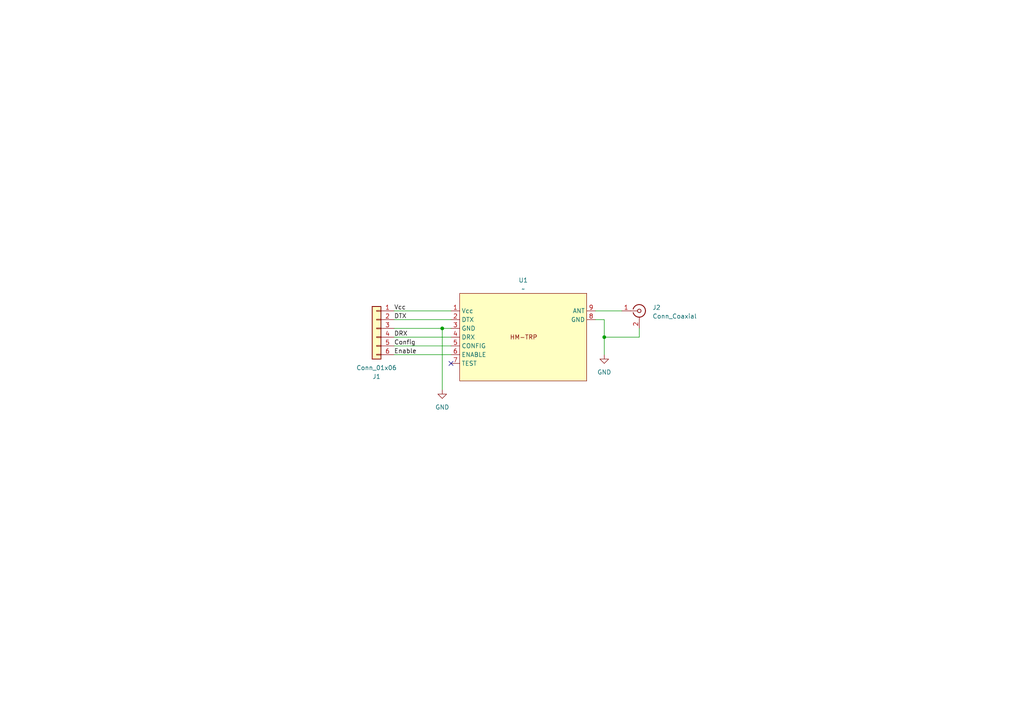
<source format=kicad_sch>
(kicad_sch (version 20231120) (generator "eeschema") (generator_version "8.0")
  (paper "A4")
  (lib_symbols
    (symbol "Connector:Conn_Coaxial" (pin_names (offset 1.016) hide)
      (property "Reference" "J" (at 0.254 3.048 0))
      (property "Value" "Conn_Coaxial" (at 2.921 0 90))
      (symbol "Conn_Coaxial_0_1"
        (arc (start -1.778 -0.508) (mid 0.2311 -1.8066) (end 1.778 0) (stroke (width 0.254)))
        (polyline (pts (xy -2.54 0) (xy -0.508 0)))
        (polyline (pts (xy 0 -2.54) (xy 0 -1.778)))
        (circle (center 0 0) (radius 0.508) (stroke (width 0.2032)))
        (arc (start 1.778 0) (mid 0.2099 1.8101) (end -1.778 0.508) (stroke (width 0.254)))
      )
      (symbol "Conn_Coaxial_1_1"
        (pin passive line (at -5.08 0 0) (length 2.54) (name "In") (number "1"))
        (pin passive line (at 0 -5.08 90) (length 2.54) (name "Ext") (number "2"))
      )
    )
    (symbol "Connector_Generic:Conn_01x06" (pin_names (offset 1.016) hide)
      (property "Reference" "J" (at 0 7.62 0))
      (property "Value" "Conn_01x06" (at 0 -10.16 0))
      (symbol "Conn_01x06_1_1"
        (rectangle (start -1.27 -7.493) (end 0 -7.747) (stroke (width 0.1524)))
        (rectangle (start -1.27 -4.953) (end 0 -5.207) (stroke (width 0.1524)))
        (rectangle (start -1.27 -2.413) (end 0 -2.667) (stroke (width 0.1524)))
        (rectangle (start -1.27 0.127) (end 0 -0.127) (stroke (width 0.1524)))
        (rectangle (start -1.27 2.667) (end 0 2.413) (stroke (width 0.1524)))
        (rectangle (start -1.27 5.207) (end 0 4.953) (stroke (width 0.1524)))
        (rectangle (start -1.27 6.35) (end 1.27 -8.89) (stroke (width 0.254)) (fill (type background)))
        (pin passive line (at -5.08 5.08 0) (length 3.81) (name "Pin_1") (number "1"))
        (pin passive line (at -5.08 2.54 0) (length 3.81) (name "Pin_2") (number "2"))
        (pin passive line (at -5.08 0 0) (length 3.81) (name "Pin_3") (number "3"))
        (pin passive line (at -5.08 -2.54 0) (length 3.81) (name "Pin_4") (number "4"))
        (pin passive line (at -5.08 -5.08 0) (length 3.81) (name "Pin_5") (number "5"))
        (pin passive line (at -5.08 -7.62 0) (length 3.81) (name "Pin_6") (number "6"))
      )
    )
    (symbol "Rf Lib:HM-TRP"
      (property "Reference" "U" (at 2.032 14.224 0))
      (symbol "HM-TRP_0_0"
        (pin unspecified line (at -1.27 7.62 0) (length 2.54) (name "Vcc") (number "1"))
        (pin unspecified line (at -1.27 5.08 0) (length 2.54) (name "DTX") (number "2"))
        (pin unspecified line (at -1.27 2.54 0) (length 2.54) (name "GND") (number "3"))
        (pin unspecified line (at -1.27 0 0) (length 2.54) (name "DRX") (number "4"))
        (pin unspecified line (at -1.27 -2.54 0) (length 2.54) (name "CONFIG") (number "5"))
        (pin unspecified line (at -1.27 -5.08 0) (length 2.54) (name "ENABLE") (number "6"))
        (pin unspecified line (at -1.27 -7.62 0) (length 2.54) (name "TEST") (number "7"))
        (pin unspecified line (at 40.64 5.08 180) (length 2.54) (name "GND") (number "8"))
        (pin unspecified line (at 40.64 7.62 180) (length 2.54) (name "ANT") (number "9"))
      )
      (symbol "HM-TRP_1_1"
        (rectangle (start 1.27 12.7) (end 38.1 -12.7) (fill (type background)))
        (text "HM-TRP" (at 19.812 0 0) (effects (font (size 1.27 1.27))))
      )
    )
    (symbol "power:GND" (power) (pin_numbers hide) (pin_names (offset 0) hide)
      (property "Value" "GND" (at 0 -3.81 0))
      (symbol "GND_0_1"
        (polyline (pts (xy 0 0) (xy 0 -1.27) (xy 1.27 -1.27) (xy 0 -2.54) (xy -1.27 -1.27) (xy 0 -1.27)))
      )
      (symbol "GND_1_1"
        (pin power_in line (at 0 0 270) (length 0) (name "~") (number "1"))
      )
    )
  )
  (junction (at 128.27 95.25))
  (junction (at 175.26 97.79))
  (no_connect (at 130.81 105.41))
  (wire (pts (xy 114.3 95.25) (xy 128.27 95.25)))
  (wire (pts (xy 114.3 100.33) (xy 130.81 100.33)))
  (wire (pts (xy 185.42 97.79) (xy 175.26 97.79)))
  (wire (pts (xy 128.27 95.25) (xy 128.27 113.03)))
  (wire (pts (xy 128.27 95.25) (xy 130.81 95.25)))
  (wire (pts (xy 114.3 102.87) (xy 130.81 102.87)))
  (wire (pts (xy 114.3 97.79) (xy 130.81 97.79)))
  (wire (pts (xy 175.26 97.79) (xy 175.26 102.87)))
  (wire (pts (xy 172.72 92.71) (xy 175.26 92.71)))
  (wire (pts (xy 172.72 90.17) (xy 180.34 90.17)))
  (wire (pts (xy 114.3 92.71) (xy 130.81 92.71)))
  (wire (pts (xy 175.26 92.71) (xy 175.26 97.79)))
  (wire (pts (xy 114.3 90.17) (xy 130.81 90.17)))
  (wire (pts (xy 185.42 95.25) (xy 185.42 97.79)))
  (label "DRX" (at 114.3 97.79 0))
  (label "Vcc" (at 114.3 90.17 0))
  (label "DTX" (at 114.3 92.71 0))
  (label "Enable" (at 114.3 102.87 0))
  (label "Config" (at 114.3 100.33 0))
  (symbol (lib_id "power:GND") (at 128.27 113.03 0) (unit 1)
    (property "Reference" "#PWR01" (effects (hide yes)))
    (property "Value" "GND" (at 128.27 118.11 0))
    (property "Description" "Power symbol creates a global label with name \"GND\" , ground" (effects (hide yes)))
  )
  (symbol (lib_id "Connector:Conn_Coaxial") (at 185.42 90.17 0) (unit 1)
    (property "Reference" "J2" (at 189.23 89.1931 0) (effects (justify left)))
    (property "Value" "Conn_Coaxial" (at 189.23 91.7331 0) (effects (justify left)))
    (property "Footprint" "Connector_Coaxial:U.FL_Molex_MCRF_73412-0110_Vertical" (effects (hide yes)))
    (property "Datasheet" " ~" (effects (hide yes)))
    (property "Description" "coaxial connector (BNC, SMA, SMB, SMC, Cinch/RCA, LEMO, ...)" (effects (hide yes)))
    (property "LCSC" "C88373" (effects (hide yes)))
  )
  (symbol (lib_id "Rf Lib:HM-TRP") (at 132.08 97.79 0) (unit 1)
    (property "Reference" "U1" (at 151.765 81.28 0))
    (property "Value" "~" (at 151.765 83.82 0))
    (property "Footprint" "Rf Lib:HM-TRP" (effects (hide yes)))
  )
  (symbol (lib_id "Connector_Generic:Conn_01x06") (at 109.22 95.25 0) (mirror y) (unit 1)
    (property "Reference" "J1" (at 109.22 109.22 0))
    (property "Value" "Conn_01x06" (at 109.22 106.68 0))
    (property "Footprint" "Rf Lib:WAFER-GH1.25-6PWB" (effects (hide yes)))
    (property "Description" "Generic connector, single row, 01x06, script generated (kicad-library-utils/schlib/autogen/connector/)" (effects (hide yes)))
    (property "LCSC" "C3029381" (effects (hide yes)))
  )
  (symbol (lib_id "power:GND") (at 175.26 102.87 0) (unit 1)
    (property "Reference" "#PWR02" (effects (hide yes)))
    (property "Value" "GND" (at 175.26 107.95 0))
    (property "Description" "Power symbol creates a global label with name \"GND\" , ground" (effects (hide yes)))
  )
)
</source>
